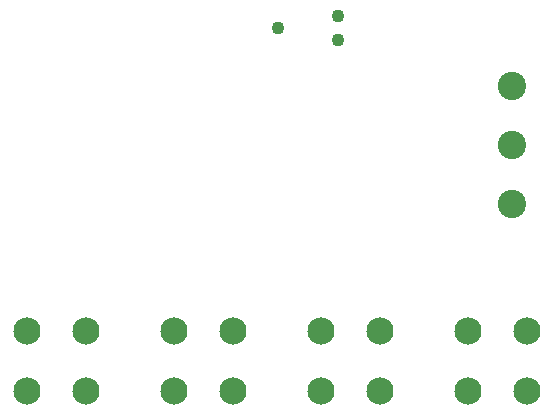
<source format=gbs>
%FSLAX46Y46*%
G04 Gerber Fmt 4.6, Leading zero omitted, Abs format (unit mm)*
G04 Created by KiCad (PCBNEW (2014-08-05 BZR 5054)-product) date Wed 12 Nov 2014 18:29:59 EST*
%MOMM*%
G01*
G04 APERTURE LIST*
%ADD10C,0.100000*%
%ADD11C,2.401600*%
%ADD12C,1.089660*%
%ADD13C,1.087120*%
%ADD14C,2.301600*%
G04 APERTURE END LIST*
D10*
D11*
X203200000Y-114982000D03*
X203200000Y-109982000D03*
X203200000Y-104982000D03*
D12*
X183388000Y-100076000D03*
D13*
X188468000Y-99060000D03*
X188468000Y-101092000D03*
D14*
X162092000Y-125770000D03*
X167092000Y-125770000D03*
X167092000Y-130770000D03*
X162092000Y-130770000D03*
X174538000Y-125770000D03*
X179538000Y-125770000D03*
X179538000Y-130770000D03*
X174538000Y-130770000D03*
X186984000Y-125770000D03*
X191984000Y-125770000D03*
X191984000Y-130770000D03*
X186984000Y-130770000D03*
X199430000Y-125770000D03*
X204430000Y-125770000D03*
X204430000Y-130770000D03*
X199430000Y-130770000D03*
M02*

</source>
